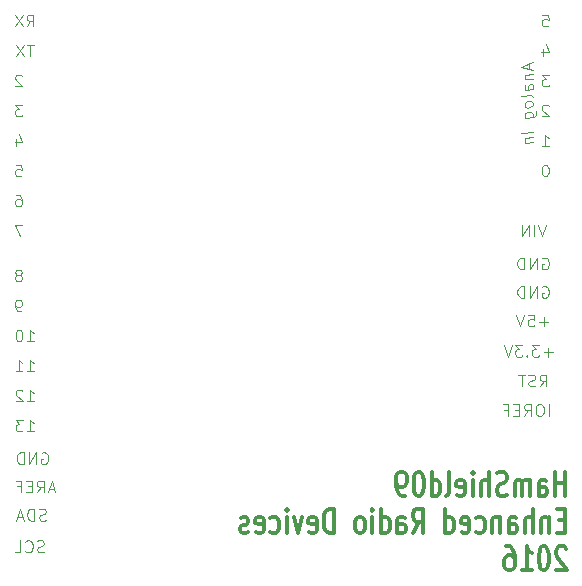
<source format=gbo>
G04 #@! TF.FileFunction,Legend,Bot*
%FSLAX46Y46*%
G04 Gerber Fmt 4.6, Leading zero omitted, Abs format (unit mm)*
G04 Created by KiCad (PCBNEW 4.0.0-rc1-stable) date 2/9/2016 2:30:25 PM*
%MOMM*%
G01*
G04 APERTURE LIST*
%ADD10C,0.150000*%
%ADD11C,0.304800*%
%ADD12C,0.125000*%
%ADD13C,1.950000*%
%ADD14C,2.129600*%
%ADD15R,1.977200X2.282000*%
%ADD16O,1.977200X2.282000*%
%ADD17R,2.250000X4.314000*%
%ADD18C,3.750000*%
G04 APERTURE END LIST*
D10*
D11*
X50637143Y14420362D02*
X50637143Y16452362D01*
X50637143Y15484743D02*
X49766286Y15484743D01*
X49766286Y14420362D02*
X49766286Y16452362D01*
X48387429Y14420362D02*
X48387429Y15484743D01*
X48460000Y15678267D01*
X48605143Y15775029D01*
X48895429Y15775029D01*
X49040572Y15678267D01*
X48387429Y14517124D02*
X48532572Y14420362D01*
X48895429Y14420362D01*
X49040572Y14517124D01*
X49113143Y14710648D01*
X49113143Y14904171D01*
X49040572Y15097695D01*
X48895429Y15194457D01*
X48532572Y15194457D01*
X48387429Y15291219D01*
X47661715Y14420362D02*
X47661715Y15775029D01*
X47661715Y15581505D02*
X47589143Y15678267D01*
X47444001Y15775029D01*
X47226286Y15775029D01*
X47081143Y15678267D01*
X47008572Y15484743D01*
X47008572Y14420362D01*
X47008572Y15484743D02*
X46936001Y15678267D01*
X46790858Y15775029D01*
X46573143Y15775029D01*
X46428001Y15678267D01*
X46355429Y15484743D01*
X46355429Y14420362D01*
X45702286Y14517124D02*
X45484572Y14420362D01*
X45121715Y14420362D01*
X44976572Y14517124D01*
X44904001Y14613886D01*
X44831429Y14807410D01*
X44831429Y15000933D01*
X44904001Y15194457D01*
X44976572Y15291219D01*
X45121715Y15387981D01*
X45412001Y15484743D01*
X45557143Y15581505D01*
X45629715Y15678267D01*
X45702286Y15871790D01*
X45702286Y16065314D01*
X45629715Y16258838D01*
X45557143Y16355600D01*
X45412001Y16452362D01*
X45049143Y16452362D01*
X44831429Y16355600D01*
X44178286Y14420362D02*
X44178286Y16452362D01*
X43525143Y14420362D02*
X43525143Y15484743D01*
X43597714Y15678267D01*
X43742857Y15775029D01*
X43960572Y15775029D01*
X44105714Y15678267D01*
X44178286Y15581505D01*
X42799429Y14420362D02*
X42799429Y15775029D01*
X42799429Y16452362D02*
X42872000Y16355600D01*
X42799429Y16258838D01*
X42726857Y16355600D01*
X42799429Y16452362D01*
X42799429Y16258838D01*
X41493143Y14517124D02*
X41638286Y14420362D01*
X41928572Y14420362D01*
X42073715Y14517124D01*
X42146286Y14710648D01*
X42146286Y15484743D01*
X42073715Y15678267D01*
X41928572Y15775029D01*
X41638286Y15775029D01*
X41493143Y15678267D01*
X41420572Y15484743D01*
X41420572Y15291219D01*
X42146286Y15097695D01*
X40549715Y14420362D02*
X40694857Y14517124D01*
X40767429Y14710648D01*
X40767429Y16452362D01*
X39316000Y14420362D02*
X39316000Y16452362D01*
X39316000Y14517124D02*
X39461143Y14420362D01*
X39751429Y14420362D01*
X39896571Y14517124D01*
X39969143Y14613886D01*
X40041714Y14807410D01*
X40041714Y15387981D01*
X39969143Y15581505D01*
X39896571Y15678267D01*
X39751429Y15775029D01*
X39461143Y15775029D01*
X39316000Y15678267D01*
X38300000Y16452362D02*
X38154857Y16452362D01*
X38009714Y16355600D01*
X37937143Y16258838D01*
X37864572Y16065314D01*
X37792000Y15678267D01*
X37792000Y15194457D01*
X37864572Y14807410D01*
X37937143Y14613886D01*
X38009714Y14517124D01*
X38154857Y14420362D01*
X38300000Y14420362D01*
X38445143Y14517124D01*
X38517714Y14613886D01*
X38590286Y14807410D01*
X38662857Y15194457D01*
X38662857Y15678267D01*
X38590286Y16065314D01*
X38517714Y16258838D01*
X38445143Y16355600D01*
X38300000Y16452362D01*
X37066285Y14420362D02*
X36776000Y14420362D01*
X36630857Y14517124D01*
X36558285Y14613886D01*
X36413143Y14904171D01*
X36340571Y15291219D01*
X36340571Y16065314D01*
X36413143Y16258838D01*
X36485714Y16355600D01*
X36630857Y16452362D01*
X36921143Y16452362D01*
X37066285Y16355600D01*
X37138857Y16258838D01*
X37211428Y16065314D01*
X37211428Y15581505D01*
X37138857Y15387981D01*
X37066285Y15291219D01*
X36921143Y15194457D01*
X36630857Y15194457D01*
X36485714Y15291219D01*
X36413143Y15387981D01*
X36340571Y15581505D01*
X50637143Y12335143D02*
X50129143Y12335143D01*
X49911429Y11270762D02*
X50637143Y11270762D01*
X50637143Y13302762D01*
X49911429Y13302762D01*
X49258286Y12625429D02*
X49258286Y11270762D01*
X49258286Y12431905D02*
X49185714Y12528667D01*
X49040572Y12625429D01*
X48822857Y12625429D01*
X48677714Y12528667D01*
X48605143Y12335143D01*
X48605143Y11270762D01*
X47879429Y11270762D02*
X47879429Y13302762D01*
X47226286Y11270762D02*
X47226286Y12335143D01*
X47298857Y12528667D01*
X47444000Y12625429D01*
X47661715Y12625429D01*
X47806857Y12528667D01*
X47879429Y12431905D01*
X45847429Y11270762D02*
X45847429Y12335143D01*
X45920000Y12528667D01*
X46065143Y12625429D01*
X46355429Y12625429D01*
X46500572Y12528667D01*
X45847429Y11367524D02*
X45992572Y11270762D01*
X46355429Y11270762D01*
X46500572Y11367524D01*
X46573143Y11561048D01*
X46573143Y11754571D01*
X46500572Y11948095D01*
X46355429Y12044857D01*
X45992572Y12044857D01*
X45847429Y12141619D01*
X45121715Y12625429D02*
X45121715Y11270762D01*
X45121715Y12431905D02*
X45049143Y12528667D01*
X44904001Y12625429D01*
X44686286Y12625429D01*
X44541143Y12528667D01*
X44468572Y12335143D01*
X44468572Y11270762D01*
X43089715Y11367524D02*
X43234858Y11270762D01*
X43525144Y11270762D01*
X43670286Y11367524D01*
X43742858Y11464286D01*
X43815429Y11657810D01*
X43815429Y12238381D01*
X43742858Y12431905D01*
X43670286Y12528667D01*
X43525144Y12625429D01*
X43234858Y12625429D01*
X43089715Y12528667D01*
X41856000Y11367524D02*
X42001143Y11270762D01*
X42291429Y11270762D01*
X42436572Y11367524D01*
X42509143Y11561048D01*
X42509143Y12335143D01*
X42436572Y12528667D01*
X42291429Y12625429D01*
X42001143Y12625429D01*
X41856000Y12528667D01*
X41783429Y12335143D01*
X41783429Y12141619D01*
X42509143Y11948095D01*
X40477143Y11270762D02*
X40477143Y13302762D01*
X40477143Y11367524D02*
X40622286Y11270762D01*
X40912572Y11270762D01*
X41057714Y11367524D01*
X41130286Y11464286D01*
X41202857Y11657810D01*
X41202857Y12238381D01*
X41130286Y12431905D01*
X41057714Y12528667D01*
X40912572Y12625429D01*
X40622286Y12625429D01*
X40477143Y12528667D01*
X37719429Y11270762D02*
X38227429Y12238381D01*
X38590286Y11270762D02*
X38590286Y13302762D01*
X38009714Y13302762D01*
X37864572Y13206000D01*
X37792000Y13109238D01*
X37719429Y12915714D01*
X37719429Y12625429D01*
X37792000Y12431905D01*
X37864572Y12335143D01*
X38009714Y12238381D01*
X38590286Y12238381D01*
X36413143Y11270762D02*
X36413143Y12335143D01*
X36485714Y12528667D01*
X36630857Y12625429D01*
X36921143Y12625429D01*
X37066286Y12528667D01*
X36413143Y11367524D02*
X36558286Y11270762D01*
X36921143Y11270762D01*
X37066286Y11367524D01*
X37138857Y11561048D01*
X37138857Y11754571D01*
X37066286Y11948095D01*
X36921143Y12044857D01*
X36558286Y12044857D01*
X36413143Y12141619D01*
X35034286Y11270762D02*
X35034286Y13302762D01*
X35034286Y11367524D02*
X35179429Y11270762D01*
X35469715Y11270762D01*
X35614857Y11367524D01*
X35687429Y11464286D01*
X35760000Y11657810D01*
X35760000Y12238381D01*
X35687429Y12431905D01*
X35614857Y12528667D01*
X35469715Y12625429D01*
X35179429Y12625429D01*
X35034286Y12528667D01*
X34308572Y11270762D02*
X34308572Y12625429D01*
X34308572Y13302762D02*
X34381143Y13206000D01*
X34308572Y13109238D01*
X34236000Y13206000D01*
X34308572Y13302762D01*
X34308572Y13109238D01*
X33365144Y11270762D02*
X33510286Y11367524D01*
X33582858Y11464286D01*
X33655429Y11657810D01*
X33655429Y12238381D01*
X33582858Y12431905D01*
X33510286Y12528667D01*
X33365144Y12625429D01*
X33147429Y12625429D01*
X33002286Y12528667D01*
X32929715Y12431905D01*
X32857144Y12238381D01*
X32857144Y11657810D01*
X32929715Y11464286D01*
X33002286Y11367524D01*
X33147429Y11270762D01*
X33365144Y11270762D01*
X31042858Y11270762D02*
X31042858Y13302762D01*
X30680001Y13302762D01*
X30462286Y13206000D01*
X30317144Y13012476D01*
X30244572Y12818952D01*
X30172001Y12431905D01*
X30172001Y12141619D01*
X30244572Y11754571D01*
X30317144Y11561048D01*
X30462286Y11367524D01*
X30680001Y11270762D01*
X31042858Y11270762D01*
X28938286Y11367524D02*
X29083429Y11270762D01*
X29373715Y11270762D01*
X29518858Y11367524D01*
X29591429Y11561048D01*
X29591429Y12335143D01*
X29518858Y12528667D01*
X29373715Y12625429D01*
X29083429Y12625429D01*
X28938286Y12528667D01*
X28865715Y12335143D01*
X28865715Y12141619D01*
X29591429Y11948095D01*
X28357715Y12625429D02*
X27994858Y11270762D01*
X27632000Y12625429D01*
X27051429Y11270762D02*
X27051429Y12625429D01*
X27051429Y13302762D02*
X27124000Y13206000D01*
X27051429Y13109238D01*
X26978857Y13206000D01*
X27051429Y13302762D01*
X27051429Y13109238D01*
X25672572Y11367524D02*
X25817715Y11270762D01*
X26108001Y11270762D01*
X26253143Y11367524D01*
X26325715Y11464286D01*
X26398286Y11657810D01*
X26398286Y12238381D01*
X26325715Y12431905D01*
X26253143Y12528667D01*
X26108001Y12625429D01*
X25817715Y12625429D01*
X25672572Y12528667D01*
X24438857Y11367524D02*
X24584000Y11270762D01*
X24874286Y11270762D01*
X25019429Y11367524D01*
X25092000Y11561048D01*
X25092000Y12335143D01*
X25019429Y12528667D01*
X24874286Y12625429D01*
X24584000Y12625429D01*
X24438857Y12528667D01*
X24366286Y12335143D01*
X24366286Y12141619D01*
X25092000Y11948095D01*
X23785714Y11367524D02*
X23640571Y11270762D01*
X23350286Y11270762D01*
X23205143Y11367524D01*
X23132571Y11561048D01*
X23132571Y11657810D01*
X23205143Y11851333D01*
X23350286Y11948095D01*
X23568000Y11948095D01*
X23713143Y12044857D01*
X23785714Y12238381D01*
X23785714Y12335143D01*
X23713143Y12528667D01*
X23568000Y12625429D01*
X23350286Y12625429D01*
X23205143Y12528667D01*
X50709714Y9959638D02*
X50637143Y10056400D01*
X50492000Y10153162D01*
X50129143Y10153162D01*
X49984000Y10056400D01*
X49911429Y9959638D01*
X49838857Y9766114D01*
X49838857Y9572590D01*
X49911429Y9282305D01*
X50782286Y8121162D01*
X49838857Y8121162D01*
X48895428Y10153162D02*
X48750285Y10153162D01*
X48605142Y10056400D01*
X48532571Y9959638D01*
X48460000Y9766114D01*
X48387428Y9379067D01*
X48387428Y8895257D01*
X48460000Y8508210D01*
X48532571Y8314686D01*
X48605142Y8217924D01*
X48750285Y8121162D01*
X48895428Y8121162D01*
X49040571Y8217924D01*
X49113142Y8314686D01*
X49185714Y8508210D01*
X49258285Y8895257D01*
X49258285Y9379067D01*
X49185714Y9766114D01*
X49113142Y9959638D01*
X49040571Y10056400D01*
X48895428Y10153162D01*
X46935999Y8121162D02*
X47806856Y8121162D01*
X47371428Y8121162D02*
X47371428Y10153162D01*
X47516571Y9862876D01*
X47661713Y9669352D01*
X47806856Y9572590D01*
X45629713Y10153162D02*
X45919999Y10153162D01*
X46065142Y10056400D01*
X46137713Y9959638D01*
X46282856Y9669352D01*
X46355427Y9282305D01*
X46355427Y8508210D01*
X46282856Y8314686D01*
X46210284Y8217924D01*
X46065142Y8121162D01*
X45774856Y8121162D01*
X45629713Y8217924D01*
X45557142Y8314686D01*
X45484570Y8508210D01*
X45484570Y8992019D01*
X45557142Y9185543D01*
X45629713Y9282305D01*
X45774856Y9379067D01*
X46065142Y9379067D01*
X46210284Y9282305D01*
X46282856Y9185543D01*
X46355427Y8992019D01*
D12*
X49234762Y21187619D02*
X49234762Y22187619D01*
X48568096Y22187619D02*
X48377619Y22187619D01*
X48282381Y22140000D01*
X48187143Y22044762D01*
X48139524Y21854286D01*
X48139524Y21520952D01*
X48187143Y21330476D01*
X48282381Y21235238D01*
X48377619Y21187619D01*
X48568096Y21187619D01*
X48663334Y21235238D01*
X48758572Y21330476D01*
X48806191Y21520952D01*
X48806191Y21854286D01*
X48758572Y22044762D01*
X48663334Y22140000D01*
X48568096Y22187619D01*
X47139524Y21187619D02*
X47472858Y21663810D01*
X47710953Y21187619D02*
X47710953Y22187619D01*
X47330000Y22187619D01*
X47234762Y22140000D01*
X47187143Y22092381D01*
X47139524Y21997143D01*
X47139524Y21854286D01*
X47187143Y21759048D01*
X47234762Y21711429D01*
X47330000Y21663810D01*
X47710953Y21663810D01*
X46710953Y21711429D02*
X46377619Y21711429D01*
X46234762Y21187619D02*
X46710953Y21187619D01*
X46710953Y22187619D01*
X46234762Y22187619D01*
X45472857Y21711429D02*
X45806191Y21711429D01*
X45806191Y21187619D02*
X45806191Y22187619D01*
X45330000Y22187619D01*
X6500476Y9695238D02*
X6357619Y9647619D01*
X6119523Y9647619D01*
X6024285Y9695238D01*
X5976666Y9742857D01*
X5929047Y9838095D01*
X5929047Y9933333D01*
X5976666Y10028571D01*
X6024285Y10076190D01*
X6119523Y10123810D01*
X6310000Y10171429D01*
X6405238Y10219048D01*
X6452857Y10266667D01*
X6500476Y10361905D01*
X6500476Y10457143D01*
X6452857Y10552381D01*
X6405238Y10600000D01*
X6310000Y10647619D01*
X6071904Y10647619D01*
X5929047Y10600000D01*
X4929047Y9742857D02*
X4976666Y9695238D01*
X5119523Y9647619D01*
X5214761Y9647619D01*
X5357619Y9695238D01*
X5452857Y9790476D01*
X5500476Y9885714D01*
X5548095Y10076190D01*
X5548095Y10219048D01*
X5500476Y10409524D01*
X5452857Y10504762D01*
X5357619Y10600000D01*
X5214761Y10647619D01*
X5119523Y10647619D01*
X4976666Y10600000D01*
X4929047Y10552381D01*
X4024285Y9647619D02*
X4500476Y9647619D01*
X4500476Y10647619D01*
X6664286Y12375238D02*
X6521429Y12327619D01*
X6283333Y12327619D01*
X6188095Y12375238D01*
X6140476Y12422857D01*
X6092857Y12518095D01*
X6092857Y12613333D01*
X6140476Y12708571D01*
X6188095Y12756190D01*
X6283333Y12803810D01*
X6473810Y12851429D01*
X6569048Y12899048D01*
X6616667Y12946667D01*
X6664286Y13041905D01*
X6664286Y13137143D01*
X6616667Y13232381D01*
X6569048Y13280000D01*
X6473810Y13327619D01*
X6235714Y13327619D01*
X6092857Y13280000D01*
X5664286Y12327619D02*
X5664286Y13327619D01*
X5426191Y13327619D01*
X5283333Y13280000D01*
X5188095Y13184762D01*
X5140476Y13089524D01*
X5092857Y12899048D01*
X5092857Y12756190D01*
X5140476Y12565714D01*
X5188095Y12470476D01*
X5283333Y12375238D01*
X5426191Y12327619D01*
X5664286Y12327619D01*
X4711905Y12613333D02*
X4235714Y12613333D01*
X4807143Y12327619D02*
X4473810Y13327619D01*
X4140476Y12327619D01*
X48683604Y32140000D02*
X48778842Y32187619D01*
X48921699Y32187619D01*
X49064557Y32140000D01*
X49159795Y32044762D01*
X49207414Y31949524D01*
X49255033Y31759048D01*
X49255033Y31616190D01*
X49207414Y31425714D01*
X49159795Y31330476D01*
X49064557Y31235238D01*
X48921699Y31187619D01*
X48826461Y31187619D01*
X48683604Y31235238D01*
X48635985Y31282857D01*
X48635985Y31616190D01*
X48826461Y31616190D01*
X48207414Y31187619D02*
X48207414Y32187619D01*
X47635985Y31187619D01*
X47635985Y32187619D01*
X47159795Y31187619D02*
X47159795Y32187619D01*
X46921700Y32187619D01*
X46778842Y32140000D01*
X46683604Y32044762D01*
X46635985Y31949524D01*
X46588366Y31759048D01*
X46588366Y31616190D01*
X46635985Y31425714D01*
X46683604Y31330476D01*
X46778842Y31235238D01*
X46921700Y31187619D01*
X47159795Y31187619D01*
X48683604Y34540000D02*
X48778842Y34587619D01*
X48921699Y34587619D01*
X49064557Y34540000D01*
X49159795Y34444762D01*
X49207414Y34349524D01*
X49255033Y34159048D01*
X49255033Y34016190D01*
X49207414Y33825714D01*
X49159795Y33730476D01*
X49064557Y33635238D01*
X48921699Y33587619D01*
X48826461Y33587619D01*
X48683604Y33635238D01*
X48635985Y33682857D01*
X48635985Y34016190D01*
X48826461Y34016190D01*
X48207414Y33587619D02*
X48207414Y34587619D01*
X47635985Y33587619D01*
X47635985Y34587619D01*
X47159795Y33587619D02*
X47159795Y34587619D01*
X46921700Y34587619D01*
X46778842Y34540000D01*
X46683604Y34444762D01*
X46635985Y34349524D01*
X46588366Y34159048D01*
X46588366Y34016190D01*
X46635985Y33825714D01*
X46683604Y33730476D01*
X46778842Y33635238D01*
X46921700Y33587619D01*
X47159795Y33587619D01*
X49207414Y29148571D02*
X48445509Y29148571D01*
X48826461Y28767619D02*
X48826461Y29529524D01*
X47493128Y29767619D02*
X47969319Y29767619D01*
X48016938Y29291429D01*
X47969319Y29339048D01*
X47874081Y29386667D01*
X47635985Y29386667D01*
X47540747Y29339048D01*
X47493128Y29291429D01*
X47445509Y29196190D01*
X47445509Y28958095D01*
X47493128Y28862857D01*
X47540747Y28815238D01*
X47635985Y28767619D01*
X47874081Y28767619D01*
X47969319Y28815238D01*
X48016938Y28862857D01*
X47159795Y29767619D02*
X46826462Y28767619D01*
X46493128Y29767619D01*
X48469319Y23687619D02*
X48802653Y24163810D01*
X49040748Y23687619D02*
X49040748Y24687619D01*
X48659795Y24687619D01*
X48564557Y24640000D01*
X48516938Y24592381D01*
X48469319Y24497143D01*
X48469319Y24354286D01*
X48516938Y24259048D01*
X48564557Y24211429D01*
X48659795Y24163810D01*
X49040748Y24163810D01*
X48088367Y23735238D02*
X47945510Y23687619D01*
X47707414Y23687619D01*
X47612176Y23735238D01*
X47564557Y23782857D01*
X47516938Y23878095D01*
X47516938Y23973333D01*
X47564557Y24068571D01*
X47612176Y24116190D01*
X47707414Y24163810D01*
X47897891Y24211429D01*
X47993129Y24259048D01*
X48040748Y24306667D01*
X48088367Y24401905D01*
X48088367Y24497143D01*
X48040748Y24592381D01*
X47993129Y24640000D01*
X47897891Y24687619D01*
X47659795Y24687619D01*
X47516938Y24640000D01*
X47231224Y24687619D02*
X46659795Y24687619D01*
X46945510Y23687619D02*
X46945510Y24687619D01*
X49016938Y37387619D02*
X48683605Y36387619D01*
X48350271Y37387619D01*
X48016938Y36387619D02*
X48016938Y37387619D01*
X47540748Y36387619D02*
X47540748Y37387619D01*
X46969319Y36387619D01*
X46969319Y37387619D01*
X49570000Y26588571D02*
X48808095Y26588571D01*
X49189047Y26207619D02*
X49189047Y26969524D01*
X48427143Y27207619D02*
X47808095Y27207619D01*
X48141429Y26826667D01*
X47998571Y26826667D01*
X47903333Y26779048D01*
X47855714Y26731429D01*
X47808095Y26636190D01*
X47808095Y26398095D01*
X47855714Y26302857D01*
X47903333Y26255238D01*
X47998571Y26207619D01*
X48284286Y26207619D01*
X48379524Y26255238D01*
X48427143Y26302857D01*
X47379524Y26302857D02*
X47331905Y26255238D01*
X47379524Y26207619D01*
X47427143Y26255238D01*
X47379524Y26302857D01*
X47379524Y26207619D01*
X46998572Y27207619D02*
X46379524Y27207619D01*
X46712858Y26826667D01*
X46570000Y26826667D01*
X46474762Y26779048D01*
X46427143Y26731429D01*
X46379524Y26636190D01*
X46379524Y26398095D01*
X46427143Y26302857D01*
X46474762Y26255238D01*
X46570000Y26207619D01*
X46855715Y26207619D01*
X46950953Y26255238D01*
X46998572Y26302857D01*
X46093810Y27207619D02*
X45760477Y26207619D01*
X45427143Y27207619D01*
X48985319Y42467619D02*
X48890080Y42467619D01*
X48794842Y42420000D01*
X48747223Y42372381D01*
X48699604Y42277143D01*
X48651985Y42086667D01*
X48651985Y41848571D01*
X48699604Y41658095D01*
X48747223Y41562857D01*
X48794842Y41515238D01*
X48890080Y41467619D01*
X48985319Y41467619D01*
X49080557Y41515238D01*
X49128176Y41562857D01*
X49175795Y41658095D01*
X49223414Y41848571D01*
X49223414Y42086667D01*
X49175795Y42277143D01*
X49128176Y42372381D01*
X49080557Y42420000D01*
X48985319Y42467619D01*
X48651985Y44007619D02*
X49223414Y44007619D01*
X48937700Y44007619D02*
X48937700Y45007619D01*
X49032938Y44864762D01*
X49128176Y44769524D01*
X49223414Y44721905D01*
X49223414Y47452381D02*
X49175795Y47500000D01*
X49080557Y47547619D01*
X48842461Y47547619D01*
X48747223Y47500000D01*
X48699604Y47452381D01*
X48651985Y47357143D01*
X48651985Y47261905D01*
X48699604Y47119048D01*
X49271033Y46547619D01*
X48651985Y46547619D01*
X49271033Y50087619D02*
X48651985Y50087619D01*
X48985319Y49706667D01*
X48842461Y49706667D01*
X48747223Y49659048D01*
X48699604Y49611429D01*
X48651985Y49516190D01*
X48651985Y49278095D01*
X48699604Y49182857D01*
X48747223Y49135238D01*
X48842461Y49087619D01*
X49128176Y49087619D01*
X49223414Y49135238D01*
X49271033Y49182857D01*
X48747223Y52294286D02*
X48747223Y51627619D01*
X48985319Y52675238D02*
X49223414Y51960952D01*
X48604366Y51960952D01*
X48699604Y55167619D02*
X49175795Y55167619D01*
X49223414Y54691429D01*
X49175795Y54739048D01*
X49080557Y54786667D01*
X48842461Y54786667D01*
X48747223Y54739048D01*
X48699604Y54691429D01*
X48651985Y54596190D01*
X48651985Y54358095D01*
X48699604Y54262857D01*
X48747223Y54215238D01*
X48842461Y54167619D01*
X49080557Y54167619D01*
X49175795Y54215238D01*
X49223414Y54262857D01*
X47580367Y51036786D02*
X47580367Y50560595D01*
X47866081Y51167739D02*
X46866081Y50709406D01*
X47866081Y50501072D01*
X47199414Y50084405D02*
X47866081Y50167739D01*
X47294652Y50096310D02*
X47247033Y50042739D01*
X47199414Y49941548D01*
X47199414Y49798690D01*
X47247033Y49709405D01*
X47342271Y49673690D01*
X47866081Y49739167D01*
X47866081Y48834405D02*
X47342271Y48768928D01*
X47247033Y48804643D01*
X47199414Y48893928D01*
X47199414Y49084405D01*
X47247033Y49185596D01*
X47818462Y48828452D02*
X47866081Y48929643D01*
X47866081Y49167739D01*
X47818462Y49257024D01*
X47723224Y49292738D01*
X47627986Y49280834D01*
X47532748Y49221310D01*
X47485129Y49120120D01*
X47485129Y48882024D01*
X47437510Y48780833D01*
X47866081Y48215358D02*
X47818462Y48304643D01*
X47723224Y48340357D01*
X46866081Y48233215D01*
X47866081Y47691548D02*
X47818462Y47780833D01*
X47770843Y47822500D01*
X47675605Y47858214D01*
X47389890Y47822500D01*
X47294652Y47762976D01*
X47247033Y47709405D01*
X47199414Y47608214D01*
X47199414Y47465356D01*
X47247033Y47376071D01*
X47294652Y47334404D01*
X47389890Y47298690D01*
X47675605Y47334404D01*
X47770843Y47393928D01*
X47818462Y47447499D01*
X47866081Y47548690D01*
X47866081Y47691548D01*
X47199414Y46417737D02*
X48008938Y46518928D01*
X48104176Y46578452D01*
X48151795Y46632023D01*
X48199414Y46733214D01*
X48199414Y46876071D01*
X48151795Y46965357D01*
X47818462Y46495118D02*
X47866081Y46596309D01*
X47866081Y46786786D01*
X47818462Y46876071D01*
X47770843Y46917738D01*
X47675605Y46953452D01*
X47389890Y46917738D01*
X47294652Y46858214D01*
X47247033Y46804643D01*
X47199414Y46703452D01*
X47199414Y46512975D01*
X47247033Y46423690D01*
X47866081Y45262976D02*
X46866081Y45137976D01*
X47199414Y44703452D02*
X47866081Y44786786D01*
X47294652Y44715357D02*
X47247033Y44661786D01*
X47199414Y44560595D01*
X47199414Y44417737D01*
X47247033Y44328452D01*
X47342271Y44292737D01*
X47866081Y44358214D01*
X6291904Y18060000D02*
X6387142Y18107619D01*
X6529999Y18107619D01*
X6672857Y18060000D01*
X6768095Y17964762D01*
X6815714Y17869524D01*
X6863333Y17679048D01*
X6863333Y17536190D01*
X6815714Y17345714D01*
X6768095Y17250476D01*
X6672857Y17155238D01*
X6529999Y17107619D01*
X6434761Y17107619D01*
X6291904Y17155238D01*
X6244285Y17202857D01*
X6244285Y17536190D01*
X6434761Y17536190D01*
X5815714Y17107619D02*
X5815714Y18107619D01*
X5244285Y17107619D01*
X5244285Y18107619D01*
X4768095Y17107619D02*
X4768095Y18107619D01*
X4530000Y18107619D01*
X4387142Y18060000D01*
X4291904Y17964762D01*
X4244285Y17869524D01*
X4196666Y17679048D01*
X4196666Y17536190D01*
X4244285Y17345714D01*
X4291904Y17250476D01*
X4387142Y17155238D01*
X4530000Y17107619D01*
X4768095Y17107619D01*
X5046476Y19877619D02*
X5617905Y19877619D01*
X5332191Y19877619D02*
X5332191Y20877619D01*
X5427429Y20734762D01*
X5522667Y20639524D01*
X5617905Y20591905D01*
X4713143Y20877619D02*
X4094095Y20877619D01*
X4427429Y20496667D01*
X4284571Y20496667D01*
X4189333Y20449048D01*
X4141714Y20401429D01*
X4094095Y20306190D01*
X4094095Y20068095D01*
X4141714Y19972857D01*
X4189333Y19925238D01*
X4284571Y19877619D01*
X4570286Y19877619D01*
X4665524Y19925238D01*
X4713143Y19972857D01*
X5046476Y22417619D02*
X5617905Y22417619D01*
X5332191Y22417619D02*
X5332191Y23417619D01*
X5427429Y23274762D01*
X5522667Y23179524D01*
X5617905Y23131905D01*
X4665524Y23322381D02*
X4617905Y23370000D01*
X4522667Y23417619D01*
X4284571Y23417619D01*
X4189333Y23370000D01*
X4141714Y23322381D01*
X4094095Y23227143D01*
X4094095Y23131905D01*
X4141714Y22989048D01*
X4713143Y22417619D01*
X4094095Y22417619D01*
X5046476Y24957619D02*
X5617905Y24957619D01*
X5332191Y24957619D02*
X5332191Y25957619D01*
X5427429Y25814762D01*
X5522667Y25719524D01*
X5617905Y25671905D01*
X4094095Y24957619D02*
X4665524Y24957619D01*
X4379810Y24957619D02*
X4379810Y25957619D01*
X4475048Y25814762D01*
X4570286Y25719524D01*
X4665524Y25671905D01*
X7379048Y14993333D02*
X6902857Y14993333D01*
X7474286Y14707619D02*
X7140953Y15707619D01*
X6807619Y14707619D01*
X5902857Y14707619D02*
X6236191Y15183810D01*
X6474286Y14707619D02*
X6474286Y15707619D01*
X6093333Y15707619D01*
X5998095Y15660000D01*
X5950476Y15612381D01*
X5902857Y15517143D01*
X5902857Y15374286D01*
X5950476Y15279048D01*
X5998095Y15231429D01*
X6093333Y15183810D01*
X6474286Y15183810D01*
X5474286Y15231429D02*
X5140952Y15231429D01*
X4998095Y14707619D02*
X5474286Y14707619D01*
X5474286Y15707619D01*
X4998095Y15707619D01*
X4236190Y15231429D02*
X4569524Y15231429D01*
X4569524Y14707619D02*
X4569524Y15707619D01*
X4093333Y15707619D01*
X5046476Y27497619D02*
X5617905Y27497619D01*
X5332191Y27497619D02*
X5332191Y28497619D01*
X5427429Y28354762D01*
X5522667Y28259524D01*
X5617905Y28211905D01*
X4427429Y28497619D02*
X4332190Y28497619D01*
X4236952Y28450000D01*
X4189333Y28402381D01*
X4141714Y28307143D01*
X4094095Y28116667D01*
X4094095Y27878571D01*
X4141714Y27688095D01*
X4189333Y27592857D01*
X4236952Y27545238D01*
X4332190Y27497619D01*
X4427429Y27497619D01*
X4522667Y27545238D01*
X4570286Y27592857D01*
X4617905Y27688095D01*
X4665524Y27878571D01*
X4665524Y28116667D01*
X4617905Y28307143D01*
X4570286Y28402381D01*
X4522667Y28450000D01*
X4427429Y28497619D01*
X4538476Y30037619D02*
X4348000Y30037619D01*
X4252761Y30085238D01*
X4205142Y30132857D01*
X4109904Y30275714D01*
X4062285Y30466190D01*
X4062285Y30847143D01*
X4109904Y30942381D01*
X4157523Y30990000D01*
X4252761Y31037619D01*
X4443238Y31037619D01*
X4538476Y30990000D01*
X4586095Y30942381D01*
X4633714Y30847143D01*
X4633714Y30609048D01*
X4586095Y30513810D01*
X4538476Y30466190D01*
X4443238Y30418571D01*
X4252761Y30418571D01*
X4157523Y30466190D01*
X4109904Y30513810D01*
X4062285Y30609048D01*
X4443238Y33149048D02*
X4538476Y33196667D01*
X4586095Y33244286D01*
X4633714Y33339524D01*
X4633714Y33387143D01*
X4586095Y33482381D01*
X4538476Y33530000D01*
X4443238Y33577619D01*
X4252761Y33577619D01*
X4157523Y33530000D01*
X4109904Y33482381D01*
X4062285Y33387143D01*
X4062285Y33339524D01*
X4109904Y33244286D01*
X4157523Y33196667D01*
X4252761Y33149048D01*
X4443238Y33149048D01*
X4538476Y33101429D01*
X4586095Y33053810D01*
X4633714Y32958571D01*
X4633714Y32768095D01*
X4586095Y32672857D01*
X4538476Y32625238D01*
X4443238Y32577619D01*
X4252761Y32577619D01*
X4157523Y32625238D01*
X4109904Y32672857D01*
X4062285Y32768095D01*
X4062285Y32958571D01*
X4109904Y33053810D01*
X4157523Y33101429D01*
X4252761Y33149048D01*
X4681333Y37387619D02*
X4014666Y37387619D01*
X4443238Y36387619D01*
X4157523Y39927619D02*
X4348000Y39927619D01*
X4443238Y39880000D01*
X4490857Y39832381D01*
X4586095Y39689524D01*
X4633714Y39499048D01*
X4633714Y39118095D01*
X4586095Y39022857D01*
X4538476Y38975238D01*
X4443238Y38927619D01*
X4252761Y38927619D01*
X4157523Y38975238D01*
X4109904Y39022857D01*
X4062285Y39118095D01*
X4062285Y39356190D01*
X4109904Y39451429D01*
X4157523Y39499048D01*
X4252761Y39546667D01*
X4443238Y39546667D01*
X4538476Y39499048D01*
X4586095Y39451429D01*
X4633714Y39356190D01*
X4109904Y42467619D02*
X4586095Y42467619D01*
X4633714Y41991429D01*
X4586095Y42039048D01*
X4490857Y42086667D01*
X4252761Y42086667D01*
X4157523Y42039048D01*
X4109904Y41991429D01*
X4062285Y41896190D01*
X4062285Y41658095D01*
X4109904Y41562857D01*
X4157523Y41515238D01*
X4252761Y41467619D01*
X4490857Y41467619D01*
X4586095Y41515238D01*
X4633714Y41562857D01*
X4157523Y44674286D02*
X4157523Y44007619D01*
X4395619Y45055238D02*
X4633714Y44340952D01*
X4014666Y44340952D01*
X4681333Y47547619D02*
X4062285Y47547619D01*
X4395619Y47166667D01*
X4252761Y47166667D01*
X4157523Y47119048D01*
X4109904Y47071429D01*
X4062285Y46976190D01*
X4062285Y46738095D01*
X4109904Y46642857D01*
X4157523Y46595238D01*
X4252761Y46547619D01*
X4538476Y46547619D01*
X4633714Y46595238D01*
X4681333Y46642857D01*
X4633714Y49992381D02*
X4586095Y50040000D01*
X4490857Y50087619D01*
X4252761Y50087619D01*
X4157523Y50040000D01*
X4109904Y49992381D01*
X4062285Y49897143D01*
X4062285Y49801905D01*
X4109904Y49659048D01*
X4681333Y49087619D01*
X4062285Y49087619D01*
X5617905Y52627619D02*
X5046476Y52627619D01*
X5332191Y51627619D02*
X5332191Y52627619D01*
X4808381Y52627619D02*
X4141714Y51627619D01*
X4141714Y52627619D02*
X4808381Y51627619D01*
X5022666Y54167619D02*
X5356000Y54643810D01*
X5594095Y54167619D02*
X5594095Y55167619D01*
X5213142Y55167619D01*
X5117904Y55120000D01*
X5070285Y55072381D01*
X5022666Y54977143D01*
X5022666Y54834286D01*
X5070285Y54739048D01*
X5117904Y54691429D01*
X5213142Y54643810D01*
X5594095Y54643810D01*
X4689333Y55167619D02*
X4022666Y54167619D01*
X4022666Y55167619D02*
X4689333Y54167619D01*
%LPC*%
D13*
X43100000Y-1095000D03*
X43100000Y5905000D03*
D14*
X35470000Y1625000D03*
X35470000Y-915000D03*
X35470000Y-3455000D03*
X35470000Y4165000D03*
D15*
X25480000Y1780000D03*
D16*
X22940000Y1780000D03*
X20400000Y1780000D03*
X17860000Y1780000D03*
X15320000Y1780000D03*
X12780000Y1780000D03*
X10240000Y1780000D03*
X7700000Y1780000D03*
X5160000Y1780000D03*
X2620000Y1780000D03*
D17*
X21878000Y57240000D03*
X27402000Y57240000D03*
D14*
X50830000Y26680000D03*
X50830000Y29220000D03*
X50830000Y41920000D03*
X50830000Y44460000D03*
X50830000Y47000000D03*
X50830000Y49540000D03*
X50830000Y52080000D03*
X50830000Y54620000D03*
X2570000Y15250000D03*
X2570000Y49540000D03*
X2570000Y47000000D03*
X2570000Y44460000D03*
X2570000Y41920000D03*
X2570000Y39380000D03*
X2570000Y36840000D03*
X2570000Y33030000D03*
X2570000Y30490000D03*
X2570000Y27950000D03*
X2570000Y25410000D03*
X2570000Y22870000D03*
X2570000Y20330000D03*
X50830000Y31760000D03*
X50830000Y34300000D03*
X2570000Y17790000D03*
X50830000Y24140000D03*
X2570000Y54620000D03*
X2570000Y52080000D03*
X50830000Y36840000D03*
D18*
X2570000Y6360000D03*
X45755000Y57165000D03*
X17815000Y57160000D03*
X50830000Y5095000D03*
D14*
X2570000Y12710000D03*
X2570000Y10170000D03*
X50830000Y21600000D03*
X50830000Y19060000D03*
M02*

</source>
